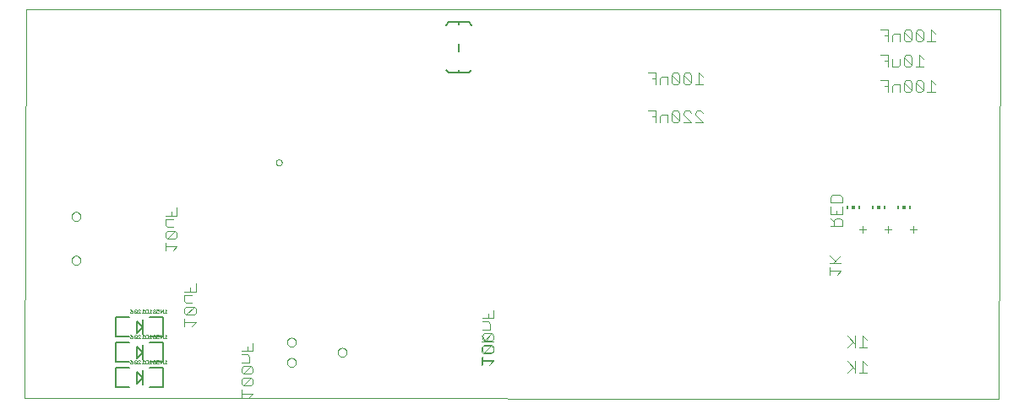
<source format=gbo>
G75*
%MOIN*%
%OFA0B0*%
%FSLAX24Y24*%
%IPPOS*%
%LPD*%
%AMOC8*
5,1,8,0,0,1.08239X$1,22.5*
%
%ADD10C,0.0000*%
%ADD11C,0.0040*%
%ADD12C,0.0080*%
%ADD13C,0.0010*%
%ADD14C,0.0030*%
%ADD15R,0.0059X0.0118*%
%ADD16R,0.0118X0.0118*%
D10*
X003060Y000249D02*
X003140Y015625D01*
X041550Y015625D01*
X041510Y000209D01*
X003060Y000249D01*
X004923Y005702D02*
X004925Y005728D01*
X004931Y005754D01*
X004941Y005779D01*
X004954Y005802D01*
X004970Y005822D01*
X004990Y005840D01*
X005012Y005855D01*
X005035Y005867D01*
X005061Y005875D01*
X005087Y005879D01*
X005113Y005879D01*
X005139Y005875D01*
X005165Y005867D01*
X005189Y005855D01*
X005210Y005840D01*
X005230Y005822D01*
X005246Y005802D01*
X005259Y005779D01*
X005269Y005754D01*
X005275Y005728D01*
X005277Y005702D01*
X005275Y005676D01*
X005269Y005650D01*
X005259Y005625D01*
X005246Y005602D01*
X005230Y005582D01*
X005210Y005564D01*
X005188Y005549D01*
X005165Y005537D01*
X005139Y005529D01*
X005113Y005525D01*
X005087Y005525D01*
X005061Y005529D01*
X005035Y005537D01*
X005011Y005549D01*
X004990Y005564D01*
X004970Y005582D01*
X004954Y005602D01*
X004941Y005625D01*
X004931Y005650D01*
X004925Y005676D01*
X004923Y005702D01*
X004923Y007435D02*
X004925Y007461D01*
X004931Y007487D01*
X004941Y007512D01*
X004954Y007535D01*
X004970Y007555D01*
X004990Y007573D01*
X005012Y007588D01*
X005035Y007600D01*
X005061Y007608D01*
X005087Y007612D01*
X005113Y007612D01*
X005139Y007608D01*
X005165Y007600D01*
X005189Y007588D01*
X005210Y007573D01*
X005230Y007555D01*
X005246Y007535D01*
X005259Y007512D01*
X005269Y007487D01*
X005275Y007461D01*
X005277Y007435D01*
X005275Y007409D01*
X005269Y007383D01*
X005259Y007358D01*
X005246Y007335D01*
X005230Y007315D01*
X005210Y007297D01*
X005188Y007282D01*
X005165Y007270D01*
X005139Y007262D01*
X005113Y007258D01*
X005087Y007258D01*
X005061Y007262D01*
X005035Y007270D01*
X005011Y007282D01*
X004990Y007297D01*
X004970Y007315D01*
X004954Y007335D01*
X004941Y007358D01*
X004931Y007383D01*
X004925Y007409D01*
X004923Y007435D01*
X012982Y009569D02*
X012984Y009590D01*
X012990Y009610D01*
X012999Y009630D01*
X013011Y009647D01*
X013026Y009661D01*
X013044Y009673D01*
X013064Y009681D01*
X013084Y009686D01*
X013105Y009687D01*
X013126Y009684D01*
X013146Y009678D01*
X013165Y009667D01*
X013182Y009654D01*
X013195Y009638D01*
X013206Y009620D01*
X013214Y009600D01*
X013218Y009580D01*
X013218Y009558D01*
X013214Y009538D01*
X013206Y009518D01*
X013195Y009500D01*
X013182Y009484D01*
X013165Y009471D01*
X013146Y009460D01*
X013126Y009454D01*
X013105Y009451D01*
X013084Y009452D01*
X013064Y009457D01*
X013044Y009465D01*
X013026Y009477D01*
X013011Y009491D01*
X012999Y009508D01*
X012990Y009528D01*
X012984Y009548D01*
X012982Y009569D01*
X013425Y002469D02*
X013427Y002495D01*
X013433Y002521D01*
X013442Y002545D01*
X013455Y002568D01*
X013472Y002588D01*
X013491Y002606D01*
X013513Y002621D01*
X013536Y002632D01*
X013561Y002640D01*
X013587Y002644D01*
X013613Y002644D01*
X013639Y002640D01*
X013664Y002632D01*
X013688Y002621D01*
X013709Y002606D01*
X013728Y002588D01*
X013745Y002568D01*
X013758Y002545D01*
X013767Y002521D01*
X013773Y002495D01*
X013775Y002469D01*
X013773Y002443D01*
X013767Y002417D01*
X013758Y002393D01*
X013745Y002370D01*
X013728Y002350D01*
X013709Y002332D01*
X013687Y002317D01*
X013664Y002306D01*
X013639Y002298D01*
X013613Y002294D01*
X013587Y002294D01*
X013561Y002298D01*
X013536Y002306D01*
X013512Y002317D01*
X013491Y002332D01*
X013472Y002350D01*
X013455Y002370D01*
X013442Y002393D01*
X013433Y002417D01*
X013427Y002443D01*
X013425Y002469D01*
X013425Y001669D02*
X013427Y001695D01*
X013433Y001721D01*
X013442Y001745D01*
X013455Y001768D01*
X013472Y001788D01*
X013491Y001806D01*
X013513Y001821D01*
X013536Y001832D01*
X013561Y001840D01*
X013587Y001844D01*
X013613Y001844D01*
X013639Y001840D01*
X013664Y001832D01*
X013688Y001821D01*
X013709Y001806D01*
X013728Y001788D01*
X013745Y001768D01*
X013758Y001745D01*
X013767Y001721D01*
X013773Y001695D01*
X013775Y001669D01*
X013773Y001643D01*
X013767Y001617D01*
X013758Y001593D01*
X013745Y001570D01*
X013728Y001550D01*
X013709Y001532D01*
X013687Y001517D01*
X013664Y001506D01*
X013639Y001498D01*
X013613Y001494D01*
X013587Y001494D01*
X013561Y001498D01*
X013536Y001506D01*
X013512Y001517D01*
X013491Y001532D01*
X013472Y001550D01*
X013455Y001570D01*
X013442Y001593D01*
X013433Y001617D01*
X013427Y001643D01*
X013425Y001669D01*
X015425Y002069D02*
X015427Y002095D01*
X015433Y002121D01*
X015442Y002145D01*
X015455Y002168D01*
X015472Y002188D01*
X015491Y002206D01*
X015513Y002221D01*
X015536Y002232D01*
X015561Y002240D01*
X015587Y002244D01*
X015613Y002244D01*
X015639Y002240D01*
X015664Y002232D01*
X015688Y002221D01*
X015709Y002206D01*
X015728Y002188D01*
X015745Y002168D01*
X015758Y002145D01*
X015767Y002121D01*
X015773Y002095D01*
X015775Y002069D01*
X015773Y002043D01*
X015767Y002017D01*
X015758Y001993D01*
X015745Y001970D01*
X015728Y001950D01*
X015709Y001932D01*
X015687Y001917D01*
X015664Y001906D01*
X015639Y001898D01*
X015613Y001894D01*
X015587Y001894D01*
X015561Y001898D01*
X015536Y001906D01*
X015512Y001917D01*
X015491Y001932D01*
X015472Y001950D01*
X015455Y001970D01*
X015442Y001993D01*
X015433Y002017D01*
X015427Y002043D01*
X015425Y002069D01*
D11*
X012080Y002128D02*
X012080Y002435D01*
X011850Y002282D02*
X011850Y002128D01*
X011850Y001975D02*
X011620Y001975D01*
X011620Y002128D02*
X012080Y002128D01*
X011927Y001898D02*
X011850Y001975D01*
X011927Y001898D02*
X011927Y001668D01*
X011620Y001668D01*
X011697Y001514D02*
X011620Y001438D01*
X011620Y001284D01*
X011697Y001207D01*
X012004Y001514D01*
X011697Y001514D01*
X011697Y001207D02*
X012004Y001207D01*
X012080Y001284D01*
X012080Y001438D01*
X012004Y001514D01*
X012004Y001054D02*
X011697Y000747D01*
X011620Y000824D01*
X011620Y000977D01*
X011697Y001054D01*
X012004Y001054D01*
X012080Y000977D01*
X012080Y000824D01*
X012004Y000747D01*
X011697Y000747D01*
X011620Y000594D02*
X011620Y000287D01*
X011620Y000440D02*
X012080Y000440D01*
X011927Y000287D01*
X009677Y003089D02*
X009830Y003242D01*
X009370Y003242D01*
X009370Y003089D02*
X009370Y003396D01*
X009447Y003549D02*
X009754Y003856D01*
X009447Y003856D01*
X009370Y003779D01*
X009370Y003626D01*
X009447Y003549D01*
X009754Y003549D01*
X009830Y003626D01*
X009830Y003779D01*
X009754Y003856D01*
X009677Y004009D02*
X009447Y004009D01*
X009370Y004086D01*
X009370Y004316D01*
X009677Y004316D01*
X009600Y004470D02*
X009600Y004623D01*
X009370Y004470D02*
X009830Y004470D01*
X009830Y004777D01*
X008927Y006089D02*
X009080Y006242D01*
X008620Y006242D01*
X008620Y006089D02*
X008620Y006396D01*
X008697Y006549D02*
X008620Y006626D01*
X008620Y006779D01*
X008697Y006856D01*
X009004Y006856D01*
X008697Y006549D01*
X009004Y006549D01*
X009080Y006626D01*
X009080Y006779D01*
X009004Y006856D01*
X008927Y007009D02*
X008697Y007009D01*
X008620Y007086D01*
X008620Y007316D01*
X008927Y007316D01*
X008850Y007470D02*
X008850Y007623D01*
X008620Y007470D02*
X009080Y007470D01*
X009080Y007777D01*
X021120Y003430D02*
X021580Y003430D01*
X021580Y003737D01*
X021350Y003584D02*
X021350Y003430D01*
X021350Y003277D02*
X021120Y003277D01*
X021350Y003277D02*
X021427Y003200D01*
X021427Y002970D01*
X021120Y002970D01*
X021197Y002816D02*
X021120Y002740D01*
X021120Y002586D01*
X021197Y002509D01*
X021504Y002816D01*
X021197Y002816D01*
X021095Y002715D02*
X021248Y002484D01*
X021402Y002715D01*
X021504Y002816D02*
X021580Y002740D01*
X021580Y002586D01*
X021504Y002509D01*
X021197Y002509D01*
X021095Y002484D02*
X021555Y002484D01*
X021504Y002356D02*
X021197Y002049D01*
X021120Y002126D01*
X021120Y002279D01*
X021197Y002356D01*
X021504Y002356D01*
X021580Y002279D01*
X021580Y002126D01*
X021504Y002049D01*
X021197Y002049D01*
X021172Y002024D02*
X021479Y002331D01*
X021172Y002331D01*
X021095Y002254D01*
X021095Y002101D01*
X021172Y002024D01*
X021479Y002024D01*
X021555Y002101D01*
X021555Y002254D01*
X021479Y002331D01*
X021120Y001896D02*
X021120Y001589D01*
X021095Y001564D02*
X021095Y001871D01*
X021120Y001742D02*
X021580Y001742D01*
X021427Y001589D01*
X021402Y001564D02*
X021555Y001717D01*
X021095Y001717D01*
X027980Y011149D02*
X027980Y011609D01*
X027673Y011609D01*
X027827Y011379D02*
X027980Y011379D01*
X028134Y011379D02*
X028134Y011149D01*
X028134Y011379D02*
X028211Y011456D01*
X028441Y011456D01*
X028441Y011149D01*
X028594Y011225D02*
X028671Y011149D01*
X028824Y011149D01*
X028901Y011225D01*
X028594Y011532D01*
X028594Y011225D01*
X028901Y011225D02*
X028901Y011532D01*
X028824Y011609D01*
X028671Y011609D01*
X028594Y011532D01*
X029055Y011532D02*
X029131Y011609D01*
X029285Y011609D01*
X029362Y011532D01*
X029515Y011532D02*
X029592Y011609D01*
X029745Y011609D01*
X029822Y011532D01*
X029515Y011532D02*
X029515Y011456D01*
X029822Y011149D01*
X029515Y011149D01*
X029362Y011149D02*
X029055Y011456D01*
X029055Y011532D01*
X029055Y011149D02*
X029362Y011149D01*
X029285Y012649D02*
X029362Y012725D01*
X029055Y013032D01*
X029055Y012725D01*
X029131Y012649D01*
X029285Y012649D01*
X029362Y012725D02*
X029362Y013032D01*
X029285Y013109D01*
X029131Y013109D01*
X029055Y013032D01*
X028901Y013032D02*
X028901Y012725D01*
X028594Y013032D01*
X028594Y012725D01*
X028671Y012649D01*
X028824Y012649D01*
X028901Y012725D01*
X028901Y013032D02*
X028824Y013109D01*
X028671Y013109D01*
X028594Y013032D01*
X028441Y012956D02*
X028211Y012956D01*
X028134Y012879D01*
X028134Y012649D01*
X027980Y012649D02*
X027980Y013109D01*
X027673Y013109D01*
X027827Y012879D02*
X027980Y012879D01*
X028441Y012956D02*
X028441Y012649D01*
X029515Y012649D02*
X029822Y012649D01*
X029669Y012649D02*
X029669Y013109D01*
X029822Y012956D01*
X034860Y008205D02*
X034937Y008281D01*
X035244Y008281D01*
X035320Y008205D01*
X035320Y007974D01*
X034860Y007974D01*
X034860Y008205D01*
X034860Y007821D02*
X034860Y007514D01*
X035320Y007514D01*
X035320Y007821D01*
X035090Y007667D02*
X035090Y007514D01*
X035090Y007361D02*
X035013Y007284D01*
X035013Y007054D01*
X034860Y007054D02*
X035320Y007054D01*
X035320Y007284D01*
X035244Y007361D01*
X035090Y007361D01*
X035013Y007207D02*
X034860Y007361D01*
X034820Y005890D02*
X035050Y005660D01*
X034973Y005583D02*
X035280Y005890D01*
X035280Y005583D02*
X034820Y005583D01*
X034820Y005430D02*
X034820Y005123D01*
X034820Y005276D02*
X035280Y005276D01*
X035127Y005123D01*
X035528Y002709D02*
X035835Y002402D01*
X035759Y002479D02*
X035528Y002249D01*
X035835Y002249D02*
X035835Y002709D01*
X036142Y002709D02*
X036142Y002249D01*
X035989Y002249D02*
X036296Y002249D01*
X036296Y002556D02*
X036142Y002709D01*
X036142Y001709D02*
X036142Y001249D01*
X035989Y001249D02*
X036296Y001249D01*
X036296Y001556D02*
X036142Y001709D01*
X035835Y001709D02*
X035835Y001249D01*
X035835Y001402D02*
X035528Y001709D01*
X035759Y001479D02*
X035528Y001249D01*
X037140Y012349D02*
X037140Y012809D01*
X036833Y012809D01*
X036987Y012579D02*
X037140Y012579D01*
X037294Y012579D02*
X037294Y012349D01*
X037294Y012579D02*
X037371Y012656D01*
X037601Y012656D01*
X037601Y012349D01*
X037754Y012425D02*
X037831Y012349D01*
X037984Y012349D01*
X038061Y012425D01*
X037754Y012732D01*
X037754Y012425D01*
X038061Y012425D02*
X038061Y012732D01*
X037984Y012809D01*
X037831Y012809D01*
X037754Y012732D01*
X038215Y012732D02*
X038522Y012425D01*
X038445Y012349D01*
X038291Y012349D01*
X038215Y012425D01*
X038215Y012732D01*
X038291Y012809D01*
X038445Y012809D01*
X038522Y012732D01*
X038522Y012425D01*
X038675Y012349D02*
X038982Y012349D01*
X038829Y012349D02*
X038829Y012809D01*
X038982Y012656D01*
X038522Y013349D02*
X038215Y013349D01*
X038368Y013349D02*
X038368Y013809D01*
X038522Y013656D01*
X038061Y013732D02*
X038061Y013425D01*
X037754Y013732D01*
X037754Y013425D01*
X037831Y013349D01*
X037984Y013349D01*
X038061Y013425D01*
X038061Y013732D02*
X037984Y013809D01*
X037831Y013809D01*
X037754Y013732D01*
X037601Y013656D02*
X037601Y013425D01*
X037524Y013349D01*
X037294Y013349D01*
X037294Y013656D01*
X037140Y013579D02*
X036987Y013579D01*
X037140Y013809D02*
X036833Y013809D01*
X037140Y013809D02*
X037140Y013349D01*
X037140Y014349D02*
X037140Y014809D01*
X036833Y014809D01*
X036987Y014579D02*
X037140Y014579D01*
X037294Y014579D02*
X037294Y014349D01*
X037294Y014579D02*
X037371Y014656D01*
X037601Y014656D01*
X037601Y014349D01*
X037754Y014425D02*
X037831Y014349D01*
X037984Y014349D01*
X038061Y014425D01*
X037754Y014732D01*
X037754Y014425D01*
X038061Y014425D02*
X038061Y014732D01*
X037984Y014809D01*
X037831Y014809D01*
X037754Y014732D01*
X038215Y014732D02*
X038522Y014425D01*
X038445Y014349D01*
X038291Y014349D01*
X038215Y014425D01*
X038215Y014732D01*
X038291Y014809D01*
X038445Y014809D01*
X038522Y014732D01*
X038522Y014425D01*
X038675Y014349D02*
X038982Y014349D01*
X038829Y014349D02*
X038829Y014809D01*
X038982Y014656D01*
D12*
X020700Y014999D02*
X020590Y015109D01*
X020200Y015109D01*
X019810Y015109D01*
X019700Y014999D01*
X020200Y015009D02*
X020200Y015109D01*
X020200Y014259D02*
X020200Y013959D01*
X020200Y013209D02*
X020200Y013109D01*
X019810Y013109D01*
X019700Y013219D01*
X020200Y013109D02*
X020590Y013109D01*
X020700Y013219D01*
X008545Y003462D02*
X007994Y003462D01*
X007718Y003344D02*
X007718Y003069D01*
X007482Y003305D01*
X007482Y002832D01*
X007718Y003069D01*
X007718Y002793D01*
X007994Y002675D02*
X008545Y002675D01*
X008545Y003462D01*
X008545Y002462D02*
X007994Y002462D01*
X007718Y002344D02*
X007718Y002069D01*
X007482Y002305D01*
X007482Y001832D01*
X007718Y002069D01*
X007718Y001793D01*
X007994Y001675D02*
X008545Y001675D01*
X008545Y002462D01*
X008545Y001462D02*
X007994Y001462D01*
X007718Y001344D02*
X007718Y001069D01*
X007482Y001305D01*
X007482Y000832D01*
X007718Y001069D01*
X007718Y000793D01*
X007994Y000675D02*
X008545Y000675D01*
X008545Y001462D01*
X007206Y001462D02*
X006655Y001462D01*
X006655Y000675D01*
X007206Y000675D01*
X007206Y001675D02*
X006655Y001675D01*
X006655Y002462D01*
X007206Y002462D01*
X007206Y002675D02*
X006655Y002675D01*
X006655Y003462D01*
X007206Y003462D01*
D13*
X007267Y003614D02*
X007242Y003639D01*
X007242Y003664D01*
X007267Y003689D01*
X007342Y003689D01*
X007342Y003639D01*
X007317Y003614D01*
X007267Y003614D01*
X007342Y003689D02*
X007292Y003739D01*
X007242Y003764D01*
X007390Y003739D02*
X007490Y003639D01*
X007465Y003614D01*
X007415Y003614D01*
X007390Y003639D01*
X007390Y003739D01*
X007415Y003764D01*
X007465Y003764D01*
X007490Y003739D01*
X007490Y003639D01*
X007537Y003614D02*
X007637Y003614D01*
X007537Y003714D01*
X007537Y003739D01*
X007562Y003764D01*
X007612Y003764D01*
X007637Y003739D01*
X007734Y003764D02*
X007734Y003614D01*
X007784Y003614D02*
X007684Y003614D01*
X007784Y003714D02*
X007734Y003764D01*
X007832Y003739D02*
X007857Y003764D01*
X007932Y003764D01*
X007932Y003614D01*
X007857Y003614D01*
X007832Y003639D01*
X007832Y003739D01*
X007979Y003614D02*
X008079Y003614D01*
X008029Y003614D02*
X008029Y003764D01*
X008079Y003714D01*
X008126Y003714D02*
X008151Y003689D01*
X008201Y003689D01*
X008226Y003714D01*
X008226Y003739D01*
X008201Y003764D01*
X008151Y003764D01*
X008126Y003739D01*
X008126Y003714D01*
X008151Y003689D02*
X008126Y003664D01*
X008126Y003639D01*
X008151Y003614D01*
X008201Y003614D01*
X008226Y003639D01*
X008226Y003664D01*
X008201Y003689D01*
X008274Y003689D02*
X008274Y003639D01*
X008299Y003614D01*
X008349Y003614D01*
X008374Y003639D01*
X008374Y003689D02*
X008324Y003714D01*
X008299Y003714D01*
X008274Y003689D01*
X008274Y003764D02*
X008374Y003764D01*
X008374Y003689D01*
X008421Y003614D02*
X008421Y003764D01*
X008521Y003764D02*
X008421Y003614D01*
X008521Y003614D02*
X008521Y003764D01*
X008618Y003764D02*
X008618Y003614D01*
X008668Y003614D02*
X008568Y003614D01*
X008668Y003714D02*
X008618Y003764D01*
X008618Y002764D02*
X008618Y002614D01*
X008668Y002614D02*
X008568Y002614D01*
X008521Y002614D02*
X008521Y002764D01*
X008421Y002614D01*
X008421Y002764D01*
X008374Y002764D02*
X008374Y002689D01*
X008324Y002714D01*
X008299Y002714D01*
X008274Y002689D01*
X008274Y002639D01*
X008299Y002614D01*
X008349Y002614D01*
X008374Y002639D01*
X008374Y002764D02*
X008274Y002764D01*
X008226Y002739D02*
X008226Y002714D01*
X008201Y002689D01*
X008151Y002689D01*
X008126Y002664D01*
X008126Y002639D01*
X008151Y002614D01*
X008201Y002614D01*
X008226Y002639D01*
X008226Y002664D01*
X008201Y002689D01*
X008151Y002689D02*
X008126Y002714D01*
X008126Y002739D01*
X008151Y002764D01*
X008201Y002764D01*
X008226Y002739D01*
X008079Y002714D02*
X008029Y002764D01*
X008029Y002614D01*
X008079Y002614D02*
X007979Y002614D01*
X007932Y002614D02*
X007857Y002614D01*
X007832Y002639D01*
X007832Y002739D01*
X007857Y002764D01*
X007932Y002764D01*
X007932Y002614D01*
X007784Y002614D02*
X007684Y002614D01*
X007637Y002614D02*
X007537Y002714D01*
X007537Y002739D01*
X007562Y002764D01*
X007612Y002764D01*
X007637Y002739D01*
X007734Y002764D02*
X007734Y002614D01*
X007637Y002614D02*
X007537Y002614D01*
X007490Y002639D02*
X007390Y002739D01*
X007390Y002639D01*
X007415Y002614D01*
X007465Y002614D01*
X007490Y002639D01*
X007490Y002739D01*
X007465Y002764D01*
X007415Y002764D01*
X007390Y002739D01*
X007342Y002689D02*
X007292Y002739D01*
X007242Y002764D01*
X007267Y002689D02*
X007342Y002689D01*
X007342Y002639D01*
X007317Y002614D01*
X007267Y002614D01*
X007242Y002639D01*
X007242Y002664D01*
X007267Y002689D01*
X007734Y002764D02*
X007784Y002714D01*
X008618Y002764D02*
X008668Y002714D01*
X008618Y001764D02*
X008618Y001614D01*
X008668Y001614D02*
X008568Y001614D01*
X008521Y001614D02*
X008521Y001764D01*
X008421Y001614D01*
X008421Y001764D01*
X008374Y001764D02*
X008374Y001689D01*
X008324Y001714D01*
X008299Y001714D01*
X008274Y001689D01*
X008274Y001639D01*
X008299Y001614D01*
X008349Y001614D01*
X008374Y001639D01*
X008374Y001764D02*
X008274Y001764D01*
X008226Y001739D02*
X008226Y001714D01*
X008201Y001689D01*
X008151Y001689D01*
X008126Y001664D01*
X008126Y001639D01*
X008151Y001614D01*
X008201Y001614D01*
X008226Y001639D01*
X008226Y001664D01*
X008201Y001689D01*
X008151Y001689D02*
X008126Y001714D01*
X008126Y001739D01*
X008151Y001764D01*
X008201Y001764D01*
X008226Y001739D01*
X008079Y001714D02*
X008029Y001764D01*
X008029Y001614D01*
X008079Y001614D02*
X007979Y001614D01*
X007932Y001614D02*
X007857Y001614D01*
X007832Y001639D01*
X007832Y001739D01*
X007857Y001764D01*
X007932Y001764D01*
X007932Y001614D01*
X007784Y001614D02*
X007684Y001614D01*
X007637Y001614D02*
X007537Y001714D01*
X007537Y001739D01*
X007562Y001764D01*
X007612Y001764D01*
X007637Y001739D01*
X007734Y001764D02*
X007734Y001614D01*
X007637Y001614D02*
X007537Y001614D01*
X007490Y001639D02*
X007390Y001739D01*
X007390Y001639D01*
X007415Y001614D01*
X007465Y001614D01*
X007490Y001639D01*
X007490Y001739D01*
X007465Y001764D01*
X007415Y001764D01*
X007390Y001739D01*
X007342Y001689D02*
X007267Y001689D01*
X007242Y001664D01*
X007242Y001639D01*
X007267Y001614D01*
X007317Y001614D01*
X007342Y001639D01*
X007342Y001689D01*
X007292Y001739D01*
X007242Y001764D01*
X007734Y001764D02*
X007784Y001714D01*
X008618Y001764D02*
X008668Y001714D01*
D14*
X036008Y006929D02*
X036255Y006929D01*
X036132Y007052D02*
X036132Y006805D01*
X037008Y006929D02*
X037255Y006929D01*
X037132Y007052D02*
X037132Y006805D01*
X038008Y006929D02*
X038255Y006929D01*
X038132Y007052D02*
X038132Y006805D01*
D15*
X038006Y007788D03*
X037534Y007788D03*
X037006Y007788D03*
X036534Y007788D03*
X036006Y007788D03*
X035534Y007788D03*
D16*
X035770Y007788D03*
X036770Y007788D03*
X037770Y007788D03*
M02*

</source>
